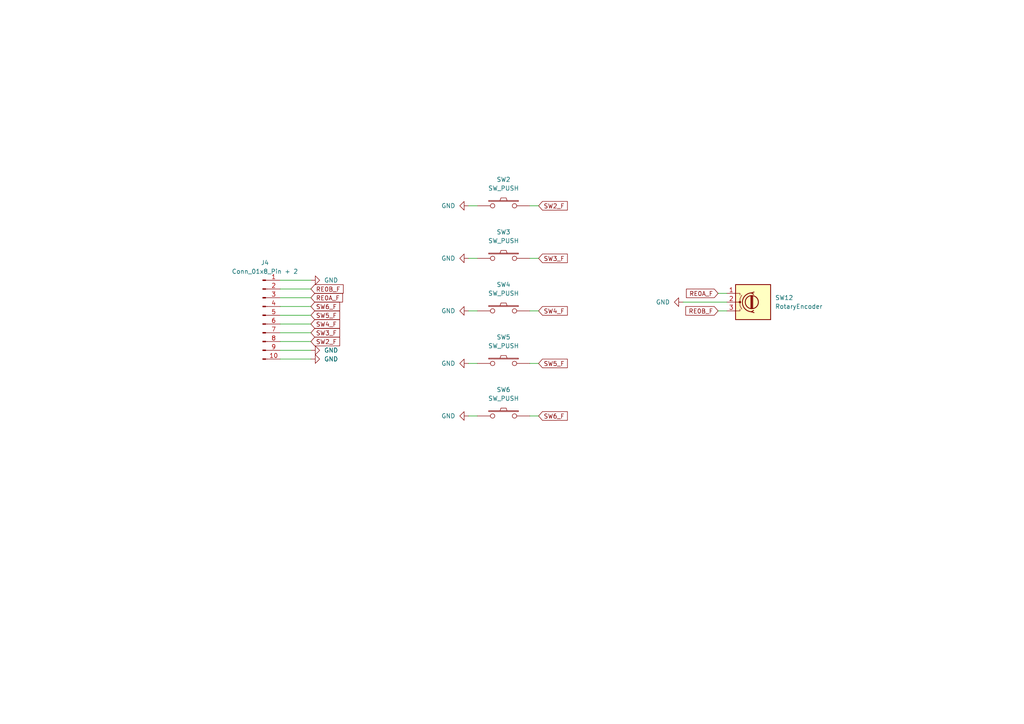
<source format=kicad_sch>
(kicad_sch (version 20230121) (generator eeschema)
  (paper "A4")
  (lib_symbols
    (symbol "Connector:Conn_01x10_Pin" (pin_names (offset 1.016) hide)
      (property "Reference" "J" (at 0 12.7 0))
      (property "Value" "Conn_01x10_Pin" (at 0 -15.24 0))
      (symbol "Conn_01x10_Pin_1_1"
        (polyline (pts (xy 1.27 -12.7) (xy 0.8636 -12.7)) (stroke (width 0.1524)))
        (polyline (pts (xy 1.27 -10.16) (xy 0.8636 -10.16)) (stroke (width 0.1524)))
        (polyline (pts (xy 1.27 -7.62) (xy 0.8636 -7.62)) (stroke (width 0.1524)))
        (polyline (pts (xy 1.27 -5.08) (xy 0.8636 -5.08)) (stroke (width 0.1524)))
        (polyline (pts (xy 1.27 -2.54) (xy 0.8636 -2.54)) (stroke (width 0.1524)))
        (polyline (pts (xy 1.27 0) (xy 0.8636 0)) (stroke (width 0.1524)))
        (polyline (pts (xy 1.27 2.54) (xy 0.8636 2.54)) (stroke (width 0.1524)))
        (polyline (pts (xy 1.27 5.08) (xy 0.8636 5.08)) (stroke (width 0.1524)))
        (polyline (pts (xy 1.27 7.62) (xy 0.8636 7.62)) (stroke (width 0.1524)))
        (polyline (pts (xy 1.27 10.16) (xy 0.8636 10.16)) (stroke (width 0.1524)))
        (rectangle (start 0.8636 -12.573) (end 0 -12.827) (stroke (width 0.1524)) (fill (type outline)))
        (rectangle (start 0.8636 -10.033) (end 0 -10.287) (stroke (width 0.1524)) (fill (type outline)))
        (rectangle (start 0.8636 -7.493) (end 0 -7.747) (stroke (width 0.1524)) (fill (type outline)))
        (rectangle (start 0.8636 -4.953) (end 0 -5.207) (stroke (width 0.1524)) (fill (type outline)))
        (rectangle (start 0.8636 -2.413) (end 0 -2.667) (stroke (width 0.1524)) (fill (type outline)))
        (rectangle (start 0.8636 0.127) (end 0 -0.127) (stroke (width 0.1524)) (fill (type outline)))
        (rectangle (start 0.8636 2.667) (end 0 2.413) (stroke (width 0.1524)) (fill (type outline)))
        (rectangle (start 0.8636 5.207) (end 0 4.953) (stroke (width 0.1524)) (fill (type outline)))
        (rectangle (start 0.8636 7.747) (end 0 7.493) (stroke (width 0.1524)) (fill (type outline)))
        (rectangle (start 0.8636 10.287) (end 0 10.033) (stroke (width 0.1524)) (fill (type outline)))
        (pin passive line (at 5.08 10.16 180) (length 3.81) (name "Pin_1") (number "1"))
        (pin passive line (at 5.08 -12.7 180) (length 3.81) (name "Pin_10") (number "10"))
        (pin passive line (at 5.08 7.62 180) (length 3.81) (name "Pin_2") (number "2"))
        (pin passive line (at 5.08 5.08 180) (length 3.81) (name "Pin_3") (number "3"))
        (pin passive line (at 5.08 2.54 180) (length 3.81) (name "Pin_4") (number "4"))
        (pin passive line (at 5.08 0 180) (length 3.81) (name "Pin_5") (number "5"))
        (pin passive line (at 5.08 -2.54 180) (length 3.81) (name "Pin_6") (number "6"))
        (pin passive line (at 5.08 -5.08 180) (length 3.81) (name "Pin_7") (number "7"))
        (pin passive line (at 5.08 -7.62 180) (length 3.81) (name "Pin_8") (number "8"))
        (pin passive line (at 5.08 -10.16 180) (length 3.81) (name "Pin_9") (number "9"))
      )
    )
    (symbol "Device:RotaryEncoder" (pin_names (offset 0.254) hide)
      (property "Reference" "SW15" (at 6.35 1.27 0))
      (property "Value" "RotaryEncoder" (at 6.35 -1.27 0))
      (symbol "RotaryEncoder_0_1"
        (rectangle (start -5.08 5.08) (end 5.08 -5.08) (stroke (width 0.254)) (fill (type background)))
        (circle (center -3.81 0) (radius 0.254) (fill (type outline)))
        (circle (center -0.381 0) (radius 1.905) (stroke (width 0.254)))
        (arc (start -0.381 2.667) (mid -3.0988 -0.0635) (end -0.381 -2.794) (stroke (width 0.254)))
        (polyline (pts (xy -0.635 -1.778) (xy -0.635 1.778)) (stroke (width 0.254)))
        (polyline (pts (xy -0.381 -1.778) (xy -0.381 1.778)) (stroke (width 0.254)))
        (polyline (pts (xy -0.127 1.778) (xy -0.127 -1.778)) (stroke (width 0.254)))
        (polyline (pts (xy -5.08 -2.54) (xy -3.81 -2.54) (xy -3.81 -2.032)))
        (polyline (pts (xy -5.08 2.54) (xy -3.81 2.54) (xy -3.81 2.032)))
        (polyline (pts (xy 0.254 -3.048) (xy -0.508 -2.794) (xy 0.127 -2.413)) (stroke (width 0.254)))
        (polyline (pts (xy 0.254 2.921) (xy -0.508 2.667) (xy 0.127 2.286)) (stroke (width 0.254)))
        (polyline (pts (xy -5.08 0) (xy -3.81 0) (xy -3.81 -1.016) (xy -3.302 -2.032)))
        (polyline (pts (xy -4.318 0) (xy -3.81 0) (xy -3.81 1.016) (xy -3.302 2.032)))
      )
      (symbol "RotaryEncoder_1_1"
        (pin passive line (at -7.62 2.54 0) (length 2.54) (name "A") (number "1"))
        (pin passive line (at -7.62 0 0) (length 2.54) (name "2") (number "2"))
        (pin passive line (at -7.62 -2.54 0) (length 2.54) (name "3") (number "3"))
      )
    )
    (symbol "kbd:SW_PUSH" (pin_numbers hide) (pin_names (offset 1.016) hide)
      (property "Reference" "SW" (at 3.81 2.794 0))
      (property "Value" "SW_PUSH" (at 0 -2.032 0))
      (symbol "SW_PUSH_0_1"
        (rectangle (start -4.318 1.27) (end 4.318 1.524))
        (polyline (pts (xy -1.016 1.524) (xy -0.762 2.286) (xy 0.762 2.286) (xy 1.016 1.524)))
        (pin passive inverted (at -7.62 0 0) (length 5.08) (name "1") (number "1"))
        (pin passive inverted (at 7.62 0 180) (length 5.08) (name "2") (number "2"))
      )
    )
    (symbol "power:GND" (power) (pin_names (offset 0))
      (property "Value" "GND" (at 0 -3.81 0))
      (symbol "GND_0_1"
        (polyline (pts (xy 0 0) (xy 0 -1.27) (xy 1.27 -1.27) (xy 0 -2.54) (xy -1.27 -1.27) (xy 0 -1.27)))
      )
      (symbol "GND_1_1"
        (pin power_in line (at 0 0 270) (length 0) hide (name "GND") (number "1"))
      )
    )
  )
  (wire (pts (xy 135.89 120.65) (xy 138.43 120.65)))
  (wire (pts (xy 81.28 91.44) (xy 90.17 91.44)))
  (wire (pts (xy 81.28 101.6) (xy 90.17 101.6)))
  (wire (pts (xy 81.28 99.06) (xy 90.17 99.06)))
  (wire (pts (xy 153.67 90.17) (xy 156.21 90.17)))
  (wire (pts (xy 81.28 83.82) (xy 90.17 83.82)))
  (wire (pts (xy 153.67 120.65) (xy 156.21 120.65)))
  (wire (pts (xy 208.28 90.17) (xy 210.82 90.17)))
  (wire (pts (xy 81.28 96.52) (xy 90.17 96.52)))
  (wire (pts (xy 81.28 81.28) (xy 90.17 81.28)))
  (wire (pts (xy 198.12 87.63) (xy 210.82 87.63)))
  (wire (pts (xy 81.28 93.98) (xy 90.17 93.98)))
  (wire (pts (xy 208.28 85.09) (xy 210.82 85.09)))
  (wire (pts (xy 153.67 105.41) (xy 156.21 105.41)))
  (wire (pts (xy 135.89 74.93) (xy 138.43 74.93)))
  (wire (pts (xy 153.67 74.93) (xy 156.21 74.93)))
  (wire (pts (xy 81.28 104.14) (xy 90.17 104.14)))
  (wire (pts (xy 135.89 105.41) (xy 138.43 105.41)))
  (wire (pts (xy 135.89 90.17) (xy 138.43 90.17)))
  (wire (pts (xy 81.28 88.9) (xy 90.17 88.9)))
  (wire (pts (xy 135.89 59.69) (xy 138.43 59.69)))
  (wire (pts (xy 81.28 86.36) (xy 90.17 86.36)))
  (wire (pts (xy 153.67 59.69) (xy 156.21 59.69)))
  (global_label "RE0A_F" (shape input) (at 90.17 86.36 0) (property "Intersheetrefs" "${INTERSHEET_REFS}" (effects hide)))
  (global_label "SW3_F" (shape input) (at 156.21 74.93 0) (property "Intersheetrefs" "${INTERSHEET_REFS}" (effects hide)))
  (global_label "RE0A_F" (shape input) (at 208.28 85.09 180) (property "Intersheetrefs" "${INTERSHEET_REFS}" (effects hide)))
  (global_label "SW6_F" (shape input) (at 156.21 120.65 0) (property "Intersheetrefs" "${INTERSHEET_REFS}" (effects hide)))
  (global_label "SW4_F" (shape input) (at 90.17 93.98 0) (property "Intersheetrefs" "${INTERSHEET_REFS}" (effects hide)))
  (global_label "SW5_F" (shape input) (at 156.21 105.41 0) (property "Intersheetrefs" "${INTERSHEET_REFS}" (effects hide)))
  (global_label "SW3_F" (shape input) (at 90.17 96.52 0) (property "Intersheetrefs" "${INTERSHEET_REFS}" (effects hide)))
  (global_label "RE0B_F" (shape input) (at 90.17 83.82 0) (property "Intersheetrefs" "${INTERSHEET_REFS}" (effects hide)))
  (global_label "RE0B_F" (shape input) (at 208.28 90.17 180) (property "Intersheetrefs" "${INTERSHEET_REFS}" (effects hide)))
  (global_label "SW6_F" (shape input) (at 90.17 88.9 0) (property "Intersheetrefs" "${INTERSHEET_REFS}" (effects hide)))
  (global_label "SW4_F" (shape input) (at 156.21 90.17 0) (property "Intersheetrefs" "${INTERSHEET_REFS}" (effects hide)))
  (global_label "SW2_F" (shape input) (at 156.21 59.69 0) (property "Intersheetrefs" "${INTERSHEET_REFS}" (effects hide)))
  (global_label "SW5_F" (shape input) (at 90.17 91.44 0) (property "Intersheetrefs" "${INTERSHEET_REFS}" (effects hide)))
  (global_label "SW2_F" (shape input) (at 90.17 99.06 0) (property "Intersheetrefs" "${INTERSHEET_REFS}" (effects hide)))
  (symbol (lib_id "kbd:SW_PUSH") (at 146.05 90.17 0) (unit 1)
    (property "Reference" "SW4" (at 146.05 82.55 0))
    (property "Value" "SW_PUSH" (at 146.05 85.09 0))
    (property "Footprint" "0:SW-TH_L6.2-W6.2-P5.00" (effects hide))
    (property "LCSC" "C400268" (effects hide))
  )
  (symbol (lib_id "kbd:SW_PUSH") (at 146.05 105.41 0) (unit 1)
    (property "Reference" "SW5" (at 146.05 97.79 0))
    (property "Value" "SW_PUSH" (at 146.05 100.33 0))
    (property "Footprint" "0:SW-TH_L6.2-W6.2-P5.00" (effects hide))
    (property "LCSC" "C400268" (effects hide))
  )
  (symbol (lib_id "power:GND") (at 198.12 87.63 270) (unit 1)
    (property "Reference" "#PWR042" (effects hide))
    (property "Value" "GND" (at 194.31 87.63 90) (effects (justify right)))
  )
  (symbol (lib_id "kbd:SW_PUSH") (at 146.05 120.65 0) (unit 1)
    (property "Reference" "SW6" (at 146.05 113.03 0))
    (property "Value" "SW_PUSH" (at 146.05 115.57 0))
    (property "Footprint" "0:SW-TH_L6.2-W6.2-P5.00" (effects hide))
    (property "LCSC" "C400268" (effects hide))
  )
  (symbol (lib_id "kbd:SW_PUSH") (at 146.05 74.93 0) (unit 1)
    (property "Reference" "SW3" (at 146.05 67.31 0))
    (property "Value" "SW_PUSH" (at 146.05 69.85 0))
    (property "Footprint" "0:SW-TH_L6.2-W6.2-P5.00" (effects hide))
    (property "LCSC" "C400268" (effects hide))
  )
  (symbol (lib_id "power:GND") (at 135.89 59.69 270) (unit 1)
    (property "Reference" "#PWR06" (effects hide))
    (property "Value" "GND" (at 132.08 59.69 90) (effects (justify right)))
  )
  (symbol (lib_id "kbd:SW_PUSH") (at 146.05 59.69 0) (unit 1)
    (property "Reference" "SW2" (at 146.05 52.07 0))
    (property "Value" "SW_PUSH" (at 146.05 54.61 0))
    (property "Footprint" "0:SW-TH_L6.2-W6.2-P5.00" (effects hide))
    (property "LCSC" "C400268" (effects hide))
  )
  (symbol (lib_id "power:GND") (at 135.89 120.65 270) (unit 1)
    (property "Reference" "#PWR041" (effects hide))
    (property "Value" "GND" (at 132.08 120.65 90) (effects (justify right)))
  )
  (symbol (lib_id "Connector:Conn_01x10_Pin") (at 76.2 91.44 0) (unit 1)
    (property "Reference" "J4" (at 76.835 76.2 0))
    (property "Value" "Conn_01x8_Pin + 2" (at 76.835 78.74 0))
    (property "Footprint" "0:FFCｺﾈｸﾀ_FPC-SMD_P0.50-8P_FGS-XJ-H2.0" (effects hide))
    (property "LCSC" "C262264" (effects hide))
  )
  (symbol (lib_id "power:GND") (at 90.17 101.6 90) (mirror x) (unit 1)
    (property "Reference" "#PWR03" (effects hide))
    (property "Value" "GND" (at 93.98 101.6 90) (effects (justify right)))
  )
  (symbol (lib_id "power:GND") (at 135.89 105.41 270) (unit 1)
    (property "Reference" "#PWR034" (effects hide))
    (property "Value" "GND" (at 132.08 105.41 90) (effects (justify right)))
  )
  (symbol (lib_id "power:GND") (at 135.89 74.93 270) (unit 1)
    (property "Reference" "#PWR029" (effects hide))
    (property "Value" "GND" (at 132.08 74.93 90) (effects (justify right)))
  )
  (symbol (lib_id "power:GND") (at 135.89 90.17 270) (unit 1)
    (property "Reference" "#PWR031" (effects hide))
    (property "Value" "GND" (at 132.08 90.17 90) (effects (justify right)))
  )
  (symbol (lib_id "Device:RotaryEncoder") (at 218.44 87.63 0) (unit 1)
    (property "Reference" "SW12" (at 224.79 86.36 0) (effects (justify left)))
    (property "Value" "RotaryEncoder" (at 224.79 88.9 0) (effects (justify left)))
    (property "Footprint" "0:SW-TH_CEN971112R02" (effects hide))
    (property "LCSC" "C400278" (effects hide))
  )
  (symbol (lib_id "power:GND") (at 90.17 104.14 90) (mirror x) (unit 1)
    (property "Reference" "#PWR04" (effects hide))
    (property "Value" "GND" (at 93.98 104.14 90) (effects (justify right)))
  )
  (symbol (lib_id "power:GND") (at 90.17 81.28 90) (mirror x) (unit 1)
    (property "Reference" "#PWR02" (effects hide))
    (property "Value" "GND" (at 93.98 81.28 90) (effects (justify right)))
  )
)
</source>
